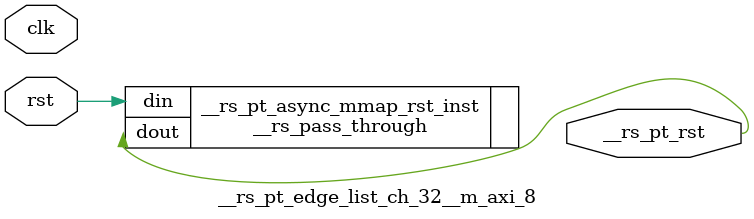
<source format=v>
`timescale 1 ns / 1 ps
/**   Generated by RapidStream   **/
module __rs_pt_edge_list_ch_32__m_axi_8 #(
    parameter BufferSize         = 32,
    parameter BufferSizeLog      = 5,
    parameter AddrWidth          = 64,
    parameter AxiSideAddrWidth   = 64,
    parameter DataWidth          = 512,
    parameter DataWidthBytesLog  = 6,
    parameter WaitTimeWidth      = 4,
    parameter BurstLenWidth      = 8,
    parameter EnableReadChannel  = 1,
    parameter EnableWriteChannel = 1,
    parameter MaxWaitTime        = 3,
    parameter MaxBurstLen        = 15
) (
    output wire __rs_pt_rst,
    input wire  clk,
    input wire  rst
);




__rs_pass_through #(
    .WIDTH (1)
) __rs_pt_async_mmap_rst_inst /**   Generated by RapidStream   **/ (
    .din  (rst),
    .dout (__rs_pt_rst)
);

endmodule  // __rs_pt_edge_list_ch_32__m_axi_8
</source>
